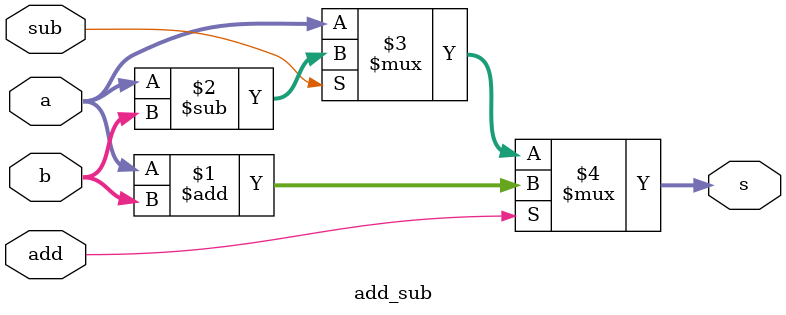
<source format=v>
module add_sub (a, b, s, add, sub);
  input [4:0] a, b;
  input add, sub;
  wire co;
  output [4:0] s;

  assign s = add ? (a + b) :
	     sub ? (a - b) :
	     a;

endmodule
</source>
